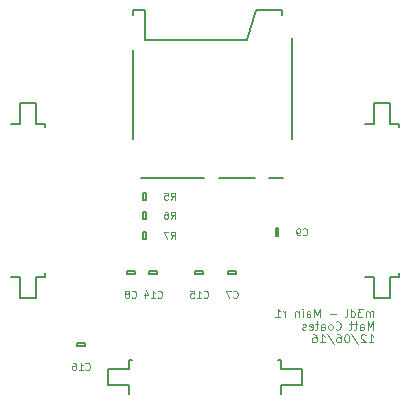
<source format=gbo>
G04 #@! TF.FileFunction,Legend,Bot*
%FSLAX46Y46*%
G04 Gerber Fmt 4.6, Leading zero omitted, Abs format (unit mm)*
G04 Created by KiCad (PCBNEW 4.0.2+e4-6225~38~ubuntu14.04.1-stable) date Mon 27 Jun 2016 21:29:42 BST*
%MOMM*%
G01*
G04 APERTURE LIST*
%ADD10C,0.100000*%
%ADD11C,0.120000*%
%ADD12C,0.150000*%
%ADD13R,0.700000X1.100000*%
%ADD14R,1.140000X1.830000*%
%ADD15R,0.860000X2.800000*%
%ADD16R,0.700000X3.330000*%
%ADD17R,0.900000X0.930000*%
%ADD18R,1.050000X0.780000*%
%ADD19R,2.220000X0.740000*%
%ADD20C,1.200000*%
%ADD21R,0.740000X2.220000*%
%ADD22C,1.000000*%
%ADD23R,0.750000X0.900000*%
%ADD24R,0.900000X0.750000*%
G04 APERTURE END LIST*
D10*
D11*
X97100000Y-99971429D02*
X97300000Y-99685714D01*
X97442857Y-99971429D02*
X97442857Y-99371429D01*
X97214285Y-99371429D01*
X97157143Y-99400000D01*
X97128571Y-99428571D01*
X97100000Y-99485714D01*
X97100000Y-99571429D01*
X97128571Y-99628571D01*
X97157143Y-99657143D01*
X97214285Y-99685714D01*
X97442857Y-99685714D01*
X96557143Y-99371429D02*
X96842857Y-99371429D01*
X96871428Y-99657143D01*
X96842857Y-99628571D01*
X96785714Y-99600000D01*
X96642857Y-99600000D01*
X96585714Y-99628571D01*
X96557143Y-99657143D01*
X96528571Y-99714286D01*
X96528571Y-99857143D01*
X96557143Y-99914286D01*
X96585714Y-99942857D01*
X96642857Y-99971429D01*
X96785714Y-99971429D01*
X96842857Y-99942857D01*
X96871428Y-99914286D01*
D10*
X114233333Y-109886667D02*
X114233333Y-109420000D01*
X114233333Y-109486667D02*
X114200000Y-109453333D01*
X114133333Y-109420000D01*
X114033333Y-109420000D01*
X113966667Y-109453333D01*
X113933333Y-109520000D01*
X113933333Y-109886667D01*
X113933333Y-109520000D02*
X113900000Y-109453333D01*
X113833333Y-109420000D01*
X113733333Y-109420000D01*
X113666667Y-109453333D01*
X113633333Y-109520000D01*
X113633333Y-109886667D01*
X113366667Y-109186667D02*
X112933334Y-109186667D01*
X113166667Y-109453333D01*
X113066667Y-109453333D01*
X113000000Y-109486667D01*
X112966667Y-109520000D01*
X112933334Y-109586667D01*
X112933334Y-109753333D01*
X112966667Y-109820000D01*
X113000000Y-109853333D01*
X113066667Y-109886667D01*
X113266667Y-109886667D01*
X113333334Y-109853333D01*
X113366667Y-109820000D01*
X112333333Y-109886667D02*
X112333333Y-109186667D01*
X112333333Y-109853333D02*
X112400000Y-109886667D01*
X112533333Y-109886667D01*
X112600000Y-109853333D01*
X112633333Y-109820000D01*
X112666667Y-109753333D01*
X112666667Y-109553333D01*
X112633333Y-109486667D01*
X112600000Y-109453333D01*
X112533333Y-109420000D01*
X112400000Y-109420000D01*
X112333333Y-109453333D01*
X111900000Y-109886667D02*
X111966667Y-109853333D01*
X112000000Y-109786667D01*
X112000000Y-109186667D01*
X111100000Y-109620000D02*
X110566667Y-109620000D01*
X109700000Y-109886667D02*
X109700000Y-109186667D01*
X109466667Y-109686667D01*
X109233334Y-109186667D01*
X109233334Y-109886667D01*
X108600000Y-109886667D02*
X108600000Y-109520000D01*
X108633334Y-109453333D01*
X108700000Y-109420000D01*
X108833334Y-109420000D01*
X108900000Y-109453333D01*
X108600000Y-109853333D02*
X108666667Y-109886667D01*
X108833334Y-109886667D01*
X108900000Y-109853333D01*
X108933334Y-109786667D01*
X108933334Y-109720000D01*
X108900000Y-109653333D01*
X108833334Y-109620000D01*
X108666667Y-109620000D01*
X108600000Y-109586667D01*
X108266667Y-109886667D02*
X108266667Y-109420000D01*
X108266667Y-109186667D02*
X108300001Y-109220000D01*
X108266667Y-109253333D01*
X108233334Y-109220000D01*
X108266667Y-109186667D01*
X108266667Y-109253333D01*
X107933334Y-109420000D02*
X107933334Y-109886667D01*
X107933334Y-109486667D02*
X107900001Y-109453333D01*
X107833334Y-109420000D01*
X107733334Y-109420000D01*
X107666668Y-109453333D01*
X107633334Y-109520000D01*
X107633334Y-109886667D01*
X106766668Y-109886667D02*
X106766668Y-109420000D01*
X106766668Y-109553333D02*
X106733335Y-109486667D01*
X106700002Y-109453333D01*
X106633335Y-109420000D01*
X106566668Y-109420000D01*
X105966669Y-109886667D02*
X106366669Y-109886667D01*
X106166669Y-109886667D02*
X106166669Y-109186667D01*
X106233335Y-109286667D01*
X106300002Y-109353333D01*
X106366669Y-109386667D01*
X114233333Y-110966667D02*
X114233333Y-110266667D01*
X114000000Y-110766667D01*
X113766667Y-110266667D01*
X113766667Y-110966667D01*
X113133333Y-110966667D02*
X113133333Y-110600000D01*
X113166667Y-110533333D01*
X113233333Y-110500000D01*
X113366667Y-110500000D01*
X113433333Y-110533333D01*
X113133333Y-110933333D02*
X113200000Y-110966667D01*
X113366667Y-110966667D01*
X113433333Y-110933333D01*
X113466667Y-110866667D01*
X113466667Y-110800000D01*
X113433333Y-110733333D01*
X113366667Y-110700000D01*
X113200000Y-110700000D01*
X113133333Y-110666667D01*
X112900000Y-110500000D02*
X112633334Y-110500000D01*
X112800000Y-110266667D02*
X112800000Y-110866667D01*
X112766667Y-110933333D01*
X112700000Y-110966667D01*
X112633334Y-110966667D01*
X112500000Y-110500000D02*
X112233334Y-110500000D01*
X112400000Y-110266667D02*
X112400000Y-110866667D01*
X112366667Y-110933333D01*
X112300000Y-110966667D01*
X112233334Y-110966667D01*
X111066667Y-110900000D02*
X111100001Y-110933333D01*
X111200001Y-110966667D01*
X111266667Y-110966667D01*
X111366667Y-110933333D01*
X111433334Y-110866667D01*
X111466667Y-110800000D01*
X111500001Y-110666667D01*
X111500001Y-110566667D01*
X111466667Y-110433333D01*
X111433334Y-110366667D01*
X111366667Y-110300000D01*
X111266667Y-110266667D01*
X111200001Y-110266667D01*
X111100001Y-110300000D01*
X111066667Y-110333333D01*
X110666667Y-110966667D02*
X110733334Y-110933333D01*
X110766667Y-110900000D01*
X110800001Y-110833333D01*
X110800001Y-110633333D01*
X110766667Y-110566667D01*
X110733334Y-110533333D01*
X110666667Y-110500000D01*
X110566667Y-110500000D01*
X110500001Y-110533333D01*
X110466667Y-110566667D01*
X110433334Y-110633333D01*
X110433334Y-110833333D01*
X110466667Y-110900000D01*
X110500001Y-110933333D01*
X110566667Y-110966667D01*
X110666667Y-110966667D01*
X109833334Y-110966667D02*
X109833334Y-110600000D01*
X109866668Y-110533333D01*
X109933334Y-110500000D01*
X110066668Y-110500000D01*
X110133334Y-110533333D01*
X109833334Y-110933333D02*
X109900001Y-110966667D01*
X110066668Y-110966667D01*
X110133334Y-110933333D01*
X110166668Y-110866667D01*
X110166668Y-110800000D01*
X110133334Y-110733333D01*
X110066668Y-110700000D01*
X109900001Y-110700000D01*
X109833334Y-110666667D01*
X109600001Y-110500000D02*
X109333335Y-110500000D01*
X109500001Y-110266667D02*
X109500001Y-110866667D01*
X109466668Y-110933333D01*
X109400001Y-110966667D01*
X109333335Y-110966667D01*
X108833335Y-110933333D02*
X108900001Y-110966667D01*
X109033335Y-110966667D01*
X109100001Y-110933333D01*
X109133335Y-110866667D01*
X109133335Y-110600000D01*
X109100001Y-110533333D01*
X109033335Y-110500000D01*
X108900001Y-110500000D01*
X108833335Y-110533333D01*
X108800001Y-110600000D01*
X108800001Y-110666667D01*
X109133335Y-110733333D01*
X108533335Y-110933333D02*
X108466668Y-110966667D01*
X108333335Y-110966667D01*
X108266668Y-110933333D01*
X108233335Y-110866667D01*
X108233335Y-110833333D01*
X108266668Y-110766667D01*
X108333335Y-110733333D01*
X108433335Y-110733333D01*
X108500001Y-110700000D01*
X108533335Y-110633333D01*
X108533335Y-110600000D01*
X108500001Y-110533333D01*
X108433335Y-110500000D01*
X108333335Y-110500000D01*
X108266668Y-110533333D01*
X113866667Y-112046667D02*
X114266667Y-112046667D01*
X114066667Y-112046667D02*
X114066667Y-111346667D01*
X114133333Y-111446667D01*
X114200000Y-111513333D01*
X114266667Y-111546667D01*
X113600000Y-111413333D02*
X113566666Y-111380000D01*
X113500000Y-111346667D01*
X113333333Y-111346667D01*
X113266666Y-111380000D01*
X113233333Y-111413333D01*
X113200000Y-111480000D01*
X113200000Y-111546667D01*
X113233333Y-111646667D01*
X113633333Y-112046667D01*
X113200000Y-112046667D01*
X112399999Y-111313333D02*
X112999999Y-112213333D01*
X112033333Y-111346667D02*
X111966666Y-111346667D01*
X111900000Y-111380000D01*
X111866666Y-111413333D01*
X111833333Y-111480000D01*
X111800000Y-111613333D01*
X111800000Y-111780000D01*
X111833333Y-111913333D01*
X111866666Y-111980000D01*
X111900000Y-112013333D01*
X111966666Y-112046667D01*
X112033333Y-112046667D01*
X112100000Y-112013333D01*
X112133333Y-111980000D01*
X112166666Y-111913333D01*
X112200000Y-111780000D01*
X112200000Y-111613333D01*
X112166666Y-111480000D01*
X112133333Y-111413333D01*
X112100000Y-111380000D01*
X112033333Y-111346667D01*
X111199999Y-111346667D02*
X111333333Y-111346667D01*
X111399999Y-111380000D01*
X111433333Y-111413333D01*
X111499999Y-111513333D01*
X111533333Y-111646667D01*
X111533333Y-111913333D01*
X111499999Y-111980000D01*
X111466666Y-112013333D01*
X111399999Y-112046667D01*
X111266666Y-112046667D01*
X111199999Y-112013333D01*
X111166666Y-111980000D01*
X111133333Y-111913333D01*
X111133333Y-111746667D01*
X111166666Y-111680000D01*
X111199999Y-111646667D01*
X111266666Y-111613333D01*
X111399999Y-111613333D01*
X111466666Y-111646667D01*
X111499999Y-111680000D01*
X111533333Y-111746667D01*
X110333332Y-111313333D02*
X110933332Y-112213333D01*
X109733333Y-112046667D02*
X110133333Y-112046667D01*
X109933333Y-112046667D02*
X109933333Y-111346667D01*
X109999999Y-111446667D01*
X110066666Y-111513333D01*
X110133333Y-111546667D01*
X109133332Y-111346667D02*
X109266666Y-111346667D01*
X109333332Y-111380000D01*
X109366666Y-111413333D01*
X109433332Y-111513333D01*
X109466666Y-111646667D01*
X109466666Y-111913333D01*
X109433332Y-111980000D01*
X109399999Y-112013333D01*
X109333332Y-112046667D01*
X109199999Y-112046667D01*
X109133332Y-112013333D01*
X109099999Y-111980000D01*
X109066666Y-111913333D01*
X109066666Y-111746667D01*
X109099999Y-111680000D01*
X109133332Y-111646667D01*
X109199999Y-111613333D01*
X109333332Y-111613333D01*
X109399999Y-111646667D01*
X109433332Y-111680000D01*
X109466666Y-111746667D01*
D11*
X108300000Y-102914286D02*
X108328571Y-102942857D01*
X108414285Y-102971429D01*
X108471428Y-102971429D01*
X108557143Y-102942857D01*
X108614285Y-102885714D01*
X108642857Y-102828571D01*
X108671428Y-102714286D01*
X108671428Y-102628571D01*
X108642857Y-102514286D01*
X108614285Y-102457143D01*
X108557143Y-102400000D01*
X108471428Y-102371429D01*
X108414285Y-102371429D01*
X108328571Y-102400000D01*
X108300000Y-102428571D01*
X108014285Y-102971429D02*
X107900000Y-102971429D01*
X107842857Y-102942857D01*
X107814285Y-102914286D01*
X107757143Y-102828571D01*
X107728571Y-102714286D01*
X107728571Y-102485714D01*
X107757143Y-102428571D01*
X107785714Y-102400000D01*
X107842857Y-102371429D01*
X107957143Y-102371429D01*
X108014285Y-102400000D01*
X108042857Y-102428571D01*
X108071428Y-102485714D01*
X108071428Y-102628571D01*
X108042857Y-102685714D01*
X108014285Y-102714286D01*
X107957143Y-102742857D01*
X107842857Y-102742857D01*
X107785714Y-102714286D01*
X107757143Y-102685714D01*
X107728571Y-102628571D01*
X97100000Y-101571429D02*
X97300000Y-101285714D01*
X97442857Y-101571429D02*
X97442857Y-100971429D01*
X97214285Y-100971429D01*
X97157143Y-101000000D01*
X97128571Y-101028571D01*
X97100000Y-101085714D01*
X97100000Y-101171429D01*
X97128571Y-101228571D01*
X97157143Y-101257143D01*
X97214285Y-101285714D01*
X97442857Y-101285714D01*
X96585714Y-100971429D02*
X96700000Y-100971429D01*
X96757143Y-101000000D01*
X96785714Y-101028571D01*
X96842857Y-101114286D01*
X96871428Y-101228571D01*
X96871428Y-101457143D01*
X96842857Y-101514286D01*
X96814285Y-101542857D01*
X96757143Y-101571429D01*
X96642857Y-101571429D01*
X96585714Y-101542857D01*
X96557143Y-101514286D01*
X96528571Y-101457143D01*
X96528571Y-101314286D01*
X96557143Y-101257143D01*
X96585714Y-101228571D01*
X96642857Y-101200000D01*
X96757143Y-101200000D01*
X96814285Y-101228571D01*
X96842857Y-101257143D01*
X96871428Y-101314286D01*
X97100000Y-103271429D02*
X97300000Y-102985714D01*
X97442857Y-103271429D02*
X97442857Y-102671429D01*
X97214285Y-102671429D01*
X97157143Y-102700000D01*
X97128571Y-102728571D01*
X97100000Y-102785714D01*
X97100000Y-102871429D01*
X97128571Y-102928571D01*
X97157143Y-102957143D01*
X97214285Y-102985714D01*
X97442857Y-102985714D01*
X96900000Y-102671429D02*
X96500000Y-102671429D01*
X96757143Y-103271429D01*
X102400000Y-108214286D02*
X102428571Y-108242857D01*
X102514285Y-108271429D01*
X102571428Y-108271429D01*
X102657143Y-108242857D01*
X102714285Y-108185714D01*
X102742857Y-108128571D01*
X102771428Y-108014286D01*
X102771428Y-107928571D01*
X102742857Y-107814286D01*
X102714285Y-107757143D01*
X102657143Y-107700000D01*
X102571428Y-107671429D01*
X102514285Y-107671429D01*
X102428571Y-107700000D01*
X102400000Y-107728571D01*
X102200000Y-107671429D02*
X101800000Y-107671429D01*
X102057143Y-108271429D01*
X99885715Y-108214286D02*
X99914286Y-108242857D01*
X100000000Y-108271429D01*
X100057143Y-108271429D01*
X100142858Y-108242857D01*
X100200000Y-108185714D01*
X100228572Y-108128571D01*
X100257143Y-108014286D01*
X100257143Y-107928571D01*
X100228572Y-107814286D01*
X100200000Y-107757143D01*
X100142858Y-107700000D01*
X100057143Y-107671429D01*
X100000000Y-107671429D01*
X99914286Y-107700000D01*
X99885715Y-107728571D01*
X99314286Y-108271429D02*
X99657143Y-108271429D01*
X99485715Y-108271429D02*
X99485715Y-107671429D01*
X99542858Y-107757143D01*
X99600000Y-107814286D01*
X99657143Y-107842857D01*
X98771429Y-107671429D02*
X99057143Y-107671429D01*
X99085714Y-107957143D01*
X99057143Y-107928571D01*
X99000000Y-107900000D01*
X98857143Y-107900000D01*
X98800000Y-107928571D01*
X98771429Y-107957143D01*
X98742857Y-108014286D01*
X98742857Y-108157143D01*
X98771429Y-108214286D01*
X98800000Y-108242857D01*
X98857143Y-108271429D01*
X99000000Y-108271429D01*
X99057143Y-108242857D01*
X99085714Y-108214286D01*
X95985715Y-108214286D02*
X96014286Y-108242857D01*
X96100000Y-108271429D01*
X96157143Y-108271429D01*
X96242858Y-108242857D01*
X96300000Y-108185714D01*
X96328572Y-108128571D01*
X96357143Y-108014286D01*
X96357143Y-107928571D01*
X96328572Y-107814286D01*
X96300000Y-107757143D01*
X96242858Y-107700000D01*
X96157143Y-107671429D01*
X96100000Y-107671429D01*
X96014286Y-107700000D01*
X95985715Y-107728571D01*
X95414286Y-108271429D02*
X95757143Y-108271429D01*
X95585715Y-108271429D02*
X95585715Y-107671429D01*
X95642858Y-107757143D01*
X95700000Y-107814286D01*
X95757143Y-107842857D01*
X94900000Y-107871429D02*
X94900000Y-108271429D01*
X95042857Y-107642857D02*
X95185714Y-108071429D01*
X94814286Y-108071429D01*
X93800000Y-108214286D02*
X93828571Y-108242857D01*
X93914285Y-108271429D01*
X93971428Y-108271429D01*
X94057143Y-108242857D01*
X94114285Y-108185714D01*
X94142857Y-108128571D01*
X94171428Y-108014286D01*
X94171428Y-107928571D01*
X94142857Y-107814286D01*
X94114285Y-107757143D01*
X94057143Y-107700000D01*
X93971428Y-107671429D01*
X93914285Y-107671429D01*
X93828571Y-107700000D01*
X93800000Y-107728571D01*
X93457143Y-107928571D02*
X93514285Y-107900000D01*
X93542857Y-107871429D01*
X93571428Y-107814286D01*
X93571428Y-107785714D01*
X93542857Y-107728571D01*
X93514285Y-107700000D01*
X93457143Y-107671429D01*
X93342857Y-107671429D01*
X93285714Y-107700000D01*
X93257143Y-107728571D01*
X93228571Y-107785714D01*
X93228571Y-107814286D01*
X93257143Y-107871429D01*
X93285714Y-107900000D01*
X93342857Y-107928571D01*
X93457143Y-107928571D01*
X93514285Y-107957143D01*
X93542857Y-107985714D01*
X93571428Y-108042857D01*
X93571428Y-108157143D01*
X93542857Y-108214286D01*
X93514285Y-108242857D01*
X93457143Y-108271429D01*
X93342857Y-108271429D01*
X93285714Y-108242857D01*
X93257143Y-108214286D01*
X93228571Y-108157143D01*
X93228571Y-108042857D01*
X93257143Y-107985714D01*
X93285714Y-107957143D01*
X93342857Y-107928571D01*
X89885715Y-114314286D02*
X89914286Y-114342857D01*
X90000000Y-114371429D01*
X90057143Y-114371429D01*
X90142858Y-114342857D01*
X90200000Y-114285714D01*
X90228572Y-114228571D01*
X90257143Y-114114286D01*
X90257143Y-114028571D01*
X90228572Y-113914286D01*
X90200000Y-113857143D01*
X90142858Y-113800000D01*
X90057143Y-113771429D01*
X90000000Y-113771429D01*
X89914286Y-113800000D01*
X89885715Y-113828571D01*
X89314286Y-114371429D02*
X89657143Y-114371429D01*
X89485715Y-114371429D02*
X89485715Y-113771429D01*
X89542858Y-113857143D01*
X89600000Y-113914286D01*
X89657143Y-113942857D01*
X88800000Y-113771429D02*
X88914286Y-113771429D01*
X88971429Y-113800000D01*
X89000000Y-113828571D01*
X89057143Y-113914286D01*
X89085714Y-114028571D01*
X89085714Y-114257143D01*
X89057143Y-114314286D01*
X89028571Y-114342857D01*
X88971429Y-114371429D01*
X88857143Y-114371429D01*
X88800000Y-114342857D01*
X88771429Y-114314286D01*
X88742857Y-114257143D01*
X88742857Y-114114286D01*
X88771429Y-114057143D01*
X88800000Y-114028571D01*
X88857143Y-114000000D01*
X88971429Y-114000000D01*
X89028571Y-114028571D01*
X89057143Y-114057143D01*
X89085714Y-114114286D01*
D12*
X103600000Y-86400000D02*
X94900000Y-86400000D01*
X94900000Y-86400000D02*
X94900000Y-83900000D01*
X94900000Y-83900000D02*
X93900000Y-83900000D01*
X93900000Y-83900000D02*
X93900000Y-84300000D01*
X104300000Y-83900000D02*
X103600000Y-86400000D01*
X104300000Y-83900000D02*
X106500000Y-83900000D01*
X106500000Y-83900000D02*
X106500000Y-84300000D01*
X105400000Y-98100000D02*
X106600000Y-98100000D01*
X101200000Y-98100000D02*
X104200000Y-98100000D01*
X94600000Y-98100000D02*
X99900000Y-98100000D01*
X93900000Y-87300000D02*
X93900000Y-94800000D01*
X107400000Y-86300000D02*
X107400000Y-94800000D01*
X83550000Y-106465000D02*
X84315000Y-106465000D01*
X84315000Y-106465000D02*
X84315000Y-108245000D01*
X84315000Y-108245000D02*
X85685000Y-108245000D01*
X85685000Y-108245000D02*
X85685000Y-106465000D01*
X85685000Y-106465000D02*
X86450000Y-106465000D01*
X86450000Y-106465000D02*
X86450000Y-106165000D01*
X86450000Y-93835000D02*
X86450000Y-93535000D01*
X86450000Y-93535000D02*
X85685000Y-93535000D01*
X85685000Y-93535000D02*
X85685000Y-91755000D01*
X85685000Y-91755000D02*
X84315000Y-91755000D01*
X84315000Y-91755000D02*
X84315000Y-93535000D01*
X84315000Y-93535000D02*
X83550000Y-93535000D01*
X113550000Y-106465000D02*
X114315000Y-106465000D01*
X114315000Y-106465000D02*
X114315000Y-108245000D01*
X114315000Y-108245000D02*
X115685000Y-108245000D01*
X115685000Y-108245000D02*
X115685000Y-106465000D01*
X115685000Y-106465000D02*
X116450000Y-106465000D01*
X116450000Y-106465000D02*
X116450000Y-106165000D01*
X116450000Y-93835000D02*
X116450000Y-93535000D01*
X116450000Y-93535000D02*
X115685000Y-93535000D01*
X115685000Y-93535000D02*
X115685000Y-91755000D01*
X115685000Y-91755000D02*
X114315000Y-91755000D01*
X114315000Y-91755000D02*
X114315000Y-93535000D01*
X114315000Y-93535000D02*
X113550000Y-93535000D01*
X106465000Y-116450000D02*
X106465000Y-115685000D01*
X106465000Y-115685000D02*
X108245000Y-115685000D01*
X108245000Y-115685000D02*
X108245000Y-114315000D01*
X108245000Y-114315000D02*
X106465000Y-114315000D01*
X106465000Y-114315000D02*
X106465000Y-113550000D01*
X106465000Y-113550000D02*
X106165000Y-113550000D01*
X93835000Y-113550000D02*
X93535000Y-113550000D01*
X93535000Y-113550000D02*
X93535000Y-114315000D01*
X93535000Y-114315000D02*
X91755000Y-114315000D01*
X91755000Y-114315000D02*
X91755000Y-115685000D01*
X91755000Y-115685000D02*
X93535000Y-115685000D01*
X93535000Y-115685000D02*
X93535000Y-116450000D01*
X94775000Y-100025000D02*
X95025000Y-100025000D01*
X95025000Y-100025000D02*
X95025000Y-99375000D01*
X95025000Y-99375000D02*
X94775000Y-99375000D01*
X94775000Y-99375000D02*
X94775000Y-100025000D01*
X94775000Y-101625000D02*
X95025000Y-101625000D01*
X95025000Y-101625000D02*
X95025000Y-100975000D01*
X95025000Y-100975000D02*
X94775000Y-100975000D01*
X94775000Y-100975000D02*
X94775000Y-101625000D01*
X94775000Y-103325000D02*
X95025000Y-103325000D01*
X95025000Y-103325000D02*
X95025000Y-102675000D01*
X95025000Y-102675000D02*
X94775000Y-102675000D01*
X94775000Y-102675000D02*
X94775000Y-103325000D01*
X89175000Y-112125000D02*
X89175000Y-112375000D01*
X89175000Y-112375000D02*
X89825000Y-112375000D01*
X89825000Y-112375000D02*
X89825000Y-112125000D01*
X89825000Y-112125000D02*
X89175000Y-112125000D01*
X99175000Y-105975000D02*
X99175000Y-106225000D01*
X99175000Y-106225000D02*
X99825000Y-106225000D01*
X99825000Y-106225000D02*
X99825000Y-105975000D01*
X99825000Y-105975000D02*
X99175000Y-105975000D01*
X95275000Y-105975000D02*
X95275000Y-106225000D01*
X95275000Y-106225000D02*
X95925000Y-106225000D01*
X95925000Y-106225000D02*
X95925000Y-105975000D01*
X95925000Y-105975000D02*
X95275000Y-105975000D01*
X105975000Y-103025000D02*
X106225000Y-103025000D01*
X106225000Y-103025000D02*
X106225000Y-102375000D01*
X106225000Y-102375000D02*
X105975000Y-102375000D01*
X105975000Y-102375000D02*
X105975000Y-103025000D01*
X93425000Y-105975000D02*
X93425000Y-106225000D01*
X93425000Y-106225000D02*
X94075000Y-106225000D01*
X94075000Y-106225000D02*
X94075000Y-105975000D01*
X94075000Y-105975000D02*
X93425000Y-105975000D01*
X101975000Y-105975000D02*
X101975000Y-106225000D01*
X101975000Y-106225000D02*
X102625000Y-106225000D01*
X102625000Y-106225000D02*
X102625000Y-105975000D01*
X102625000Y-105975000D02*
X101975000Y-105975000D01*
%LPC*%
D13*
X103000000Y-85300000D03*
X101900000Y-85300000D03*
X100800000Y-85300000D03*
X99700000Y-85300000D03*
X98700000Y-85300000D03*
X97600000Y-85300000D03*
X96500000Y-85300000D03*
X95400000Y-85300000D03*
D14*
X106880000Y-85315000D03*
D15*
X94220000Y-85800000D03*
D16*
X94140000Y-96565000D03*
X107100000Y-96565000D03*
D17*
X104790000Y-97765000D03*
D18*
X100525000Y-97840000D03*
D19*
X83635000Y-94285000D03*
X86365000Y-94285000D03*
X83635000Y-95555000D03*
X86365000Y-95555000D03*
X83635000Y-96825000D03*
X86365000Y-96825000D03*
X83635000Y-98095000D03*
X86365000Y-98095000D03*
X83635000Y-99365000D03*
X86365000Y-99365000D03*
X83635000Y-100635000D03*
X86365000Y-100635000D03*
X83635000Y-101905000D03*
X86365000Y-101905000D03*
X83635000Y-103175000D03*
X86365000Y-103175000D03*
X83635000Y-104445000D03*
X86365000Y-104445000D03*
X83635000Y-105715000D03*
X86365000Y-105715000D03*
D20*
X85000000Y-107305000D03*
X85000000Y-92695000D03*
D19*
X113635000Y-94285000D03*
X116365000Y-94285000D03*
X113635000Y-95555000D03*
X116365000Y-95555000D03*
X113635000Y-96825000D03*
X116365000Y-96825000D03*
X113635000Y-98095000D03*
X116365000Y-98095000D03*
X113635000Y-99365000D03*
X116365000Y-99365000D03*
X113635000Y-100635000D03*
X116365000Y-100635000D03*
X113635000Y-101905000D03*
X116365000Y-101905000D03*
X113635000Y-103175000D03*
X116365000Y-103175000D03*
X113635000Y-104445000D03*
X116365000Y-104445000D03*
X113635000Y-105715000D03*
X116365000Y-105715000D03*
D20*
X115000000Y-107305000D03*
X115000000Y-92695000D03*
D21*
X94285000Y-116365000D03*
X94285000Y-113635000D03*
X95555000Y-116365000D03*
X95555000Y-113635000D03*
X96825000Y-116365000D03*
X96825000Y-113635000D03*
X98095000Y-116365000D03*
X98095000Y-113635000D03*
X99365000Y-116365000D03*
X99365000Y-113635000D03*
X100635000Y-116365000D03*
X100635000Y-113635000D03*
X101905000Y-116365000D03*
X101905000Y-113635000D03*
X103175000Y-116365000D03*
X103175000Y-113635000D03*
X104445000Y-116365000D03*
X104445000Y-113635000D03*
X105715000Y-116365000D03*
X105715000Y-113635000D03*
D20*
X107305000Y-115000000D03*
X92695000Y-115000000D03*
D22*
X87307484Y-89499587D03*
X91618007Y-86625905D03*
X90181166Y-85189064D03*
D23*
X94200000Y-99700000D03*
X95600000Y-99700000D03*
X94200000Y-101300000D03*
X95600000Y-101300000D03*
X94200000Y-103000000D03*
X95600000Y-103000000D03*
D24*
X89500000Y-111550000D03*
X89500000Y-112950000D03*
X99500000Y-105400000D03*
X99500000Y-106800000D03*
X95600000Y-105400000D03*
X95600000Y-106800000D03*
D23*
X105400000Y-102700000D03*
X106800000Y-102700000D03*
D24*
X93750000Y-105400000D03*
X93750000Y-106800000D03*
X102300000Y-105400000D03*
X102300000Y-106800000D03*
M02*

</source>
